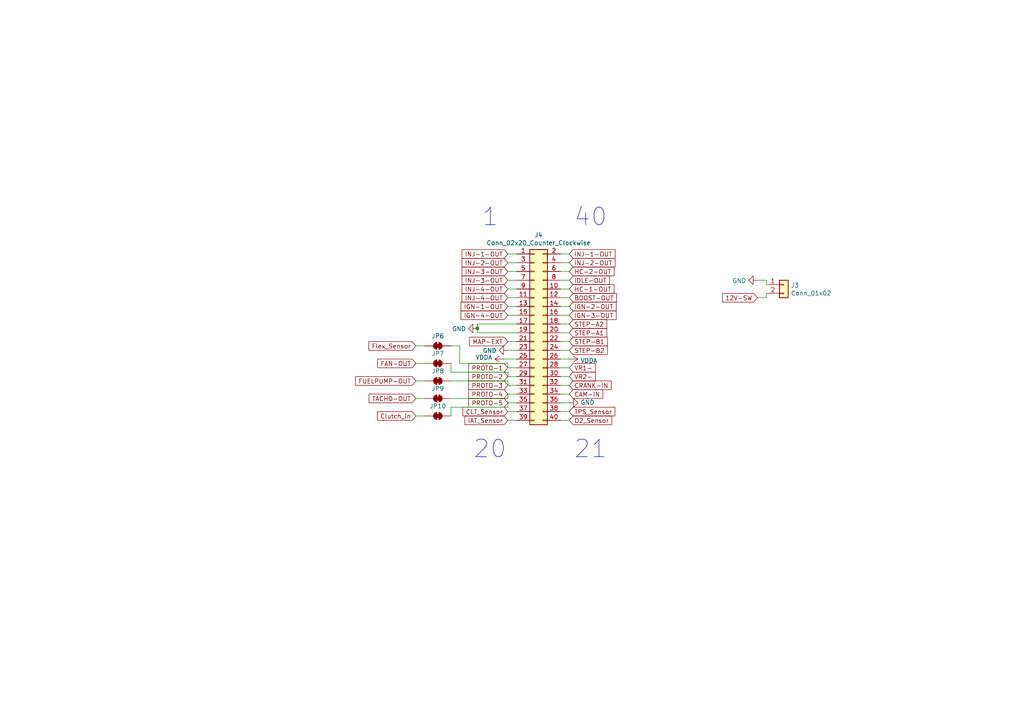
<source format=kicad_sch>
(kicad_sch (version 20250114) (generator "eeschema") (generator_version "9.0")
  (paper "A4")
  (title_block (title "0.4") (date "2021-03-27") (rev "4d") (company "Speeduino"))
  (lib_symbols
    (symbol "Connector_Generic:Conn_01x02" (pin_names (offset 1.016) (hide yes))
      (property "Reference" "J" (at 0 2.54 0))
      (property "Value" "Conn_01x02" (at 0 -5.08 0))
      (symbol "Conn_01x02_1_1"
        (rectangle (start -1.27 1.27) (end 1.27 -3.81) (stroke (width 0.254)) (fill (type background)))
        (rectangle (start -1.27 0.127) (end 0 -0.127) (stroke (width 0.1524)))
        (rectangle (start -1.27 -2.413) (end 0 -2.667) (stroke (width 0.1524)))
        (pin passive line (at -5.08 0 0) (length 3.81) (name "Pin_1") (number "1"))
        (pin passive line (at -5.08 -2.54 0) (length 3.81) (name "Pin_2") (number "2"))
      )
    )
    (symbol "Connector_Generic:Conn_02x20_Odd_Even" (pin_names (offset 1.016) (hide yes))
      (property "Reference" "J" (at 1.27 25.4 0))
      (property "Value" "Conn_02x20_Odd_Even" (at 1.27 -27.94 0))
      (symbol "Conn_02x20_Odd_Even_1_1"
        (rectangle (start -1.27 24.13) (end 3.81 -26.67) (stroke (width 0.254)) (fill (type background)))
        (rectangle (start -1.27 22.987) (end 0 22.733) (stroke (width 0.1524)))
        (rectangle (start -1.27 20.447) (end 0 20.193) (stroke (width 0.1524)))
        (rectangle (start -1.27 17.907) (end 0 17.653) (stroke (width 0.1524)))
        (rectangle (start -1.27 15.367) (end 0 15.113) (stroke (width 0.1524)))
        (rectangle (start -1.27 12.827) (end 0 12.573) (stroke (width 0.1524)))
        (rectangle (start -1.27 10.287) (end 0 10.033) (stroke (width 0.1524)))
        (rectangle (start -1.27 7.747) (end 0 7.493) (stroke (width 0.1524)))
        (rectangle (start -1.27 5.207) (end 0 4.953) (stroke (width 0.1524)))
        (rectangle (start -1.27 2.667) (end 0 2.413) (stroke (width 0.1524)))
        (rectangle (start -1.27 0.127) (end 0 -0.127) (stroke (width 0.1524)))
        (rectangle (start -1.27 -2.413) (end 0 -2.667) (stroke (width 0.1524)))
        (rectangle (start -1.27 -4.953) (end 0 -5.207) (stroke (width 0.1524)))
        (rectangle (start -1.27 -7.493) (end 0 -7.747) (stroke (width 0.1524)))
        (rectangle (start -1.27 -10.033) (end 0 -10.287) (stroke (width 0.1524)))
        (rectangle (start -1.27 -12.573) (end 0 -12.827) (stroke (width 0.1524)))
        (rectangle (start -1.27 -15.113) (end 0 -15.367) (stroke (width 0.1524)))
        (rectangle (start -1.27 -17.653) (end 0 -17.907) (stroke (width 0.1524)))
        (rectangle (start -1.27 -20.193) (end 0 -20.447) (stroke (width 0.1524)))
        (rectangle (start -1.27 -22.733) (end 0 -22.987) (stroke (width 0.1524)))
        (rectangle (start -1.27 -25.273) (end 0 -25.527) (stroke (width 0.1524)))
        (rectangle (start 3.81 22.987) (end 2.54 22.733) (stroke (width 0.1524)))
        (rectangle (start 3.81 20.447) (end 2.54 20.193) (stroke (width 0.1524)))
        (rectangle (start 3.81 17.907) (end 2.54 17.653) (stroke (width 0.1524)))
        (rectangle (start 3.81 15.367) (end 2.54 15.113) (stroke (width 0.1524)))
        (rectangle (start 3.81 12.827) (end 2.54 12.573) (stroke (width 0.1524)))
        (rectangle (start 3.81 10.287) (end 2.54 10.033) (stroke (width 0.1524)))
        (rectangle (start 3.81 7.747) (end 2.54 7.493) (stroke (width 0.1524)))
        (rectangle (start 3.81 5.207) (end 2.54 4.953) (stroke (width 0.1524)))
        (rectangle (start 3.81 2.667) (end 2.54 2.413) (stroke (width 0.1524)))
        (rectangle (start 3.81 0.127) (end 2.54 -0.127) (stroke (width 0.1524)))
        (rectangle (start 3.81 -2.413) (end 2.54 -2.667) (stroke (width 0.1524)))
        (rectangle (start 3.81 -4.953) (end 2.54 -5.207) (stroke (width 0.1524)))
        (rectangle (start 3.81 -7.493) (end 2.54 -7.747) (stroke (width 0.1524)))
        (rectangle (start 3.81 -10.033) (end 2.54 -10.287) (stroke (width 0.1524)))
        (rectangle (start 3.81 -12.573) (end 2.54 -12.827) (stroke (width 0.1524)))
        (rectangle (start 3.81 -15.113) (end 2.54 -15.367) (stroke (width 0.1524)))
        (rectangle (start 3.81 -17.653) (end 2.54 -17.907) (stroke (width 0.1524)))
        (rectangle (start 3.81 -20.193) (end 2.54 -20.447) (stroke (width 0.1524)))
        (rectangle (start 3.81 -22.733) (end 2.54 -22.987) (stroke (width 0.1524)))
        (rectangle (start 3.81 -25.273) (end 2.54 -25.527) (stroke (width 0.1524)))
        (pin passive line (at -5.08 22.86 0) (length 3.81) (name "Pin_1") (number "1"))
        (pin passive line (at -5.08 20.32 0) (length 3.81) (name "Pin_3") (number "3"))
        (pin passive line (at -5.08 17.78 0) (length 3.81) (name "Pin_5") (number "5"))
        (pin passive line (at -5.08 15.24 0) (length 3.81) (name "Pin_7") (number "7"))
        (pin passive line (at -5.08 12.7 0) (length 3.81) (name "Pin_9") (number "9"))
        (pin passive line (at -5.08 10.16 0) (length 3.81) (name "Pin_11") (number "11"))
        (pin passive line (at -5.08 7.62 0) (length 3.81) (name "Pin_13") (number "13"))
        (pin passive line (at -5.08 5.08 0) (length 3.81) (name "Pin_15") (number "15"))
        (pin passive line (at -5.08 2.54 0) (length 3.81) (name "Pin_17") (number "17"))
        (pin passive line (at -5.08 0 0) (length 3.81) (name "Pin_19") (number "19"))
        (pin passive line (at -5.08 -2.54 0) (length 3.81) (name "Pin_21") (number "21"))
        (pin passive line (at -5.08 -5.08 0) (length 3.81) (name "Pin_23") (number "23"))
        (pin passive line (at -5.08 -7.62 0) (length 3.81) (name "Pin_25") (number "25"))
        (pin passive line (at -5.08 -10.16 0) (length 3.81) (name "Pin_27") (number "27"))
        (pin passive line (at -5.08 -12.7 0) (length 3.81) (name "Pin_29") (number "29"))
        (pin passive line (at -5.08 -15.24 0) (length 3.81) (name "Pin_31") (number "31"))
        (pin passive line (at -5.08 -17.78 0) (length 3.81) (name "Pin_33") (number "33"))
        (pin passive line (at -5.08 -20.32 0) (length 3.81) (name "Pin_35") (number "35"))
        (pin passive line (at -5.08 -22.86 0) (length 3.81) (name "Pin_37") (number "37"))
        (pin passive line (at -5.08 -25.4 0) (length 3.81) (name "Pin_39") (number "39"))
        (pin passive line (at 7.62 22.86 180) (length 3.81) (name "Pin_2") (number "2"))
        (pin passive line (at 7.62 20.32 180) (length 3.81) (name "Pin_4") (number "4"))
        (pin passive line (at 7.62 17.78 180) (length 3.81) (name "Pin_6") (number "6"))
        (pin passive line (at 7.62 15.24 180) (length 3.81) (name "Pin_8") (number "8"))
        (pin passive line (at 7.62 12.7 180) (length 3.81) (name "Pin_10") (number "10"))
        (pin passive line (at 7.62 10.16 180) (length 3.81) (name "Pin_12") (number "12"))
        (pin passive line (at 7.62 7.62 180) (length 3.81) (name "Pin_14") (number "14"))
        (pin passive line (at 7.62 5.08 180) (length 3.81) (name "Pin_16") (number "16"))
        (pin passive line (at 7.62 2.54 180) (length 3.81) (name "Pin_18") (number "18"))
        (pin passive line (at 7.62 0 180) (length 3.81) (name "Pin_20") (number "20"))
        (pin passive line (at 7.62 -2.54 180) (length 3.81) (name "Pin_22") (number "22"))
        (pin passive line (at 7.62 -5.08 180) (length 3.81) (name "Pin_24") (number "24"))
        (pin passive line (at 7.62 -7.62 180) (length 3.81) (name "Pin_26") (number "26"))
        (pin passive line (at 7.62 -10.16 180) (length 3.81) (name "Pin_28") (number "28"))
        (pin passive line (at 7.62 -12.7 180) (length 3.81) (name "Pin_30") (number "30"))
        (pin passive line (at 7.62 -15.24 180) (length 3.81) (name "Pin_32") (number "32"))
        (pin passive line (at 7.62 -17.78 180) (length 3.81) (name "Pin_34") (number "34"))
        (pin passive line (at 7.62 -20.32 180) (length 3.81) (name "Pin_36") (number "36"))
        (pin passive line (at 7.62 -22.86 180) (length 3.81) (name "Pin_38") (number "38"))
        (pin passive line (at 7.62 -25.4 180) (length 3.81) (name "Pin_40") (number "40"))
      )
    )
    (symbol "Jumper:SolderJumper_2_Bridged" (pin_numbers (hide yes)) (pin_names (offset 0) (hide yes)) (exclude_from_sim yes) (in_bom no)
      (property "Reference" "JP" (at 0 2.032 0))
      (property "Value" "SolderJumper_2_Bridged" (at 0 -2.54 0))
      (symbol "SolderJumper_2_Bridged_0_1"
        (rectangle (start -0.508 0.508) (end 0.508 -0.508) (fill (type outline)))
        (polyline (pts (xy -0.254 1.016) (xy -0.254 -1.016)))
        (arc (start -0.254 -1.016) (mid -1.2656 0) (end -0.254 1.016))
        (arc (start -0.254 -1.016) (mid -1.2656 0) (end -0.254 1.016) (fill (type outline)))
        (arc (start 0.254 1.016) (mid 1.2656 0) (end 0.254 -1.016))
        (arc (start 0.254 1.016) (mid 1.2656 0) (end 0.254 -1.016) (fill (type outline)))
        (polyline (pts (xy 0.254 1.016) (xy 0.254 -1.016)))
      )
      (symbol "SolderJumper_2_Bridged_1_1"
        (pin passive line (at -3.81 0 0) (length 2.54) (name "A") (number "1"))
        (pin passive line (at 3.81 0 180) (length 2.54) (name "B") (number "2"))
      )
    )
    (symbol "power:GND" (power) (pin_numbers (hide yes)) (pin_names (offset 0) (hide yes))
      (property "Value" "GND" (at 0 -3.81 0))
      (symbol "GND_0_1"
        (polyline (pts (xy 0 0) (xy 0 -1.27) (xy 1.27 -1.27) (xy 0 -2.54) (xy -1.27 -1.27) (xy 0 -1.27)))
      )
      (symbol "GND_1_1"
        (pin power_in line (at 0 0 270) (length 0) (name "~") (number "1"))
      )
    )
    (symbol "power:VDDA" (power) (pin_numbers (hide yes)) (pin_names (offset 0) (hide yes))
      (property "Value" "VDDA" (at 0 3.556 0))
      (symbol "VDDA_0_1"
        (polyline (pts (xy -0.762 1.27) (xy 0 2.54)))
        (polyline (pts (xy 0 2.54) (xy 0.762 1.27)))
        (polyline (pts (xy 0 0) (xy 0 2.54)))
      )
      (symbol "VDDA_1_1"
        (pin power_in line (at 0 0 90) (length 0) (name "~") (number "1"))
      )
    )
  )
  (text "1" (at 139.7 66.04 0) (effects (font (size 5.08 5.08)) (justify left bottom)))
  (text "21" (at 166.37 133.35 0) (effects (font (size 5.08 5.08)) (justify left bottom)))
  (text "40" (at 166.37 66.04 0) (effects (font (size 5.08 5.08)) (justify left bottom)))
  (text "20" (at 137.16 133.35 0) (effects (font (size 5.08 5.08)) (justify left bottom)))
  (junction (at 138.43 95.25))
  (wire (pts (xy 133.35 100.33) (xy 133.35 105.41)))
  (wire (pts (xy 162.56 116.84) (xy 165.1 116.84)))
  (wire (pts (xy 147.32 99.06) (xy 149.86 99.06)))
  (wire (pts (xy 162.56 73.66) (xy 165.1 73.66)))
  (wire (pts (xy 222.25 86.36) (xy 222.25 85.09)))
  (wire (pts (xy 146.05 104.14) (xy 149.86 104.14)))
  (wire (pts (xy 147.32 115.57) (xy 147.32 114.3)))
  (wire (pts (xy 147.32 110.49) (xy 147.32 111.76)))
  (wire (pts (xy 120.65 105.41) (xy 123.19 105.41)))
  (wire (pts (xy 138.43 96.52) (xy 138.43 95.25)))
  (wire (pts (xy 149.86 96.52) (xy 138.43 96.52)))
  (wire (pts (xy 130.81 118.11) (xy 147.32 118.11)))
  (wire (pts (xy 165.1 93.98) (xy 162.56 93.98)))
  (wire (pts (xy 147.32 83.82) (xy 149.86 83.82)))
  (wire (pts (xy 138.43 93.98) (xy 138.43 95.25)))
  (wire (pts (xy 147.32 101.6) (xy 149.86 101.6)))
  (wire (pts (xy 165.1 104.14) (xy 162.56 104.14)))
  (wire (pts (xy 149.86 109.22) (xy 147.32 109.22)))
  (wire (pts (xy 147.32 121.92) (xy 149.86 121.92)))
  (wire (pts (xy 130.81 115.57) (xy 147.32 115.57)))
  (wire (pts (xy 147.32 106.68) (xy 149.86 106.68)))
  (wire (pts (xy 149.86 119.38) (xy 147.32 119.38)))
  (wire (pts (xy 120.65 115.57) (xy 123.19 115.57)))
  (wire (pts (xy 130.81 110.49) (xy 147.32 110.49)))
  (wire (pts (xy 165.1 114.3) (xy 162.56 114.3)))
  (wire (pts (xy 165.1 83.82) (xy 162.56 83.82)))
  (wire (pts (xy 149.86 91.44) (xy 147.32 91.44)))
  (wire (pts (xy 162.56 106.68) (xy 165.1 106.68)))
  (wire (pts (xy 130.81 107.95) (xy 147.32 107.95)))
  (wire (pts (xy 120.65 100.33) (xy 123.19 100.33)))
  (wire (pts (xy 165.1 99.06) (xy 162.56 99.06)))
  (wire (pts (xy 147.32 107.95) (xy 147.32 109.22)))
  (wire (pts (xy 147.32 111.76) (xy 149.86 111.76)))
  (wire (pts (xy 147.32 78.74) (xy 149.86 78.74)))
  (wire (pts (xy 130.81 105.41) (xy 130.81 107.95)))
  (wire (pts (xy 165.1 76.2) (xy 162.56 76.2)))
  (wire (pts (xy 120.65 110.49) (xy 123.19 110.49)))
  (wire (pts (xy 165.1 88.9) (xy 162.56 88.9)))
  (wire (pts (xy 165.1 109.22) (xy 162.56 109.22)))
  (wire (pts (xy 147.32 105.41) (xy 147.32 106.68)))
  (wire (pts (xy 149.86 86.36) (xy 147.32 86.36)))
  (wire (pts (xy 162.56 91.44) (xy 165.1 91.44)))
  (wire (pts (xy 162.56 81.28) (xy 165.1 81.28)))
  (wire (pts (xy 162.56 111.76) (xy 165.1 111.76)))
  (wire (pts (xy 219.71 81.28) (xy 222.25 81.28)))
  (wire (pts (xy 130.81 120.65) (xy 130.81 118.11)))
  (wire (pts (xy 222.25 81.28) (xy 222.25 82.55)))
  (wire (pts (xy 149.86 114.3) (xy 147.32 114.3)))
  (wire (pts (xy 149.86 116.84) (xy 147.32 116.84)))
  (wire (pts (xy 120.65 120.65) (xy 123.19 120.65)))
  (wire (pts (xy 162.56 121.92) (xy 165.1 121.92)))
  (wire (pts (xy 130.81 100.33) (xy 133.35 100.33)))
  (wire (pts (xy 149.86 81.28) (xy 147.32 81.28)))
  (wire (pts (xy 147.32 118.11) (xy 147.32 116.84)))
  (wire (pts (xy 165.1 86.36) (xy 162.56 86.36)))
  (wire (pts (xy 147.32 73.66) (xy 149.86 73.66)))
  (wire (pts (xy 149.86 76.2) (xy 147.32 76.2)))
  (wire (pts (xy 147.32 88.9) (xy 149.86 88.9)))
  (wire (pts (xy 162.56 78.74) (xy 165.1 78.74)))
  (wire (pts (xy 162.56 96.52) (xy 165.1 96.52)))
  (wire (pts (xy 149.86 93.98) (xy 138.43 93.98)))
  (wire (pts (xy 165.1 119.38) (xy 162.56 119.38)))
  (wire (pts (xy 219.71 86.36) (xy 222.25 86.36)))
  (wire (pts (xy 133.35 105.41) (xy 147.32 105.41)))
  (wire (pts (xy 162.56 101.6) (xy 165.1 101.6)))
  (global_label "PROTO-4" (shape input) (at 147.32 114.3 180) (property "Intersheetrefs" "${INTERSHEET_REFS}" (effects (hide yes))))
  (global_label "INJ-4-OUT" (shape input) (at 147.32 86.36 180) (property "Intersheetrefs" "${INTERSHEET_REFS}" (effects (hide yes))))
  (global_label "STEP-B1" (shape input) (at 165.1 99.06 0) (property "Intersheetrefs" "${INTERSHEET_REFS}" (effects (hide yes))))
  (global_label "IGN-3-OUT" (shape input) (at 165.1 91.44 0) (property "Intersheetrefs" "${INTERSHEET_REFS}" (effects (hide yes))))
  (global_label "IAT_Sensor" (shape input) (at 147.32 121.92 180) (property "Intersheetrefs" "${INTERSHEET_REFS}" (effects (hide yes))))
  (global_label "BOOST-OUT" (shape input) (at 165.1 86.36 0) (property "Intersheetrefs" "${INTERSHEET_REFS}" (effects (hide yes))))
  (global_label "INJ-3-OUT" (shape input) (at 147.32 81.28 180) (property "Intersheetrefs" "${INTERSHEET_REFS}" (effects (hide yes))))
  (global_label "Clutch_in" (shape input) (at 120.65 120.65 180) (property "Intersheetrefs" "${INTERSHEET_REFS}" (effects (hide yes))))
  (global_label "TACHO-OUT" (shape input) (at 120.65 115.57 180) (property "Intersheetrefs" "${INTERSHEET_REFS}" (effects (hide yes))))
  (global_label "INJ-2-OUT" (shape input) (at 165.1 76.2 0) (property "Intersheetrefs" "${INTERSHEET_REFS}" (effects (hide yes))))
  (global_label "PROTO-1" (shape input) (at 147.32 106.68 180) (property "Intersheetrefs" "${INTERSHEET_REFS}" (effects (hide yes))))
  (global_label "STEP-B2" (shape input) (at 165.1 101.6 0) (property "Intersheetrefs" "${INTERSHEET_REFS}" (effects (hide yes))))
  (global_label "O2_Sensor" (shape input) (at 165.1 121.92 0) (property "Intersheetrefs" "${INTERSHEET_REFS}" (effects (hide yes))))
  (global_label "IDLE-OUT" (shape input) (at 165.1 81.28 0) (property "Intersheetrefs" "${INTERSHEET_REFS}" (effects (hide yes))))
  (global_label "IGN-4-OUT" (shape input) (at 147.32 91.44 180) (property "Intersheetrefs" "${INTERSHEET_REFS}" (effects (hide yes))))
  (global_label "CLT_Sensor" (shape input) (at 147.32 119.38 180) (property "Intersheetrefs" "${INTERSHEET_REFS}" (effects (hide yes))))
  (global_label "TPS_Sensor" (shape input) (at 165.1 119.38 0) (property "Intersheetrefs" "${INTERSHEET_REFS}" (effects (hide yes))))
  (global_label "MAP-EXT" (shape input) (at 147.32 99.06 180) (property "Intersheetrefs" "${INTERSHEET_REFS}" (effects (hide yes))))
  (global_label "PROTO-5" (shape input) (at 147.32 116.84 180) (property "Intersheetrefs" "${INTERSHEET_REFS}" (effects (hide yes))))
  (global_label "PROTO-2" (shape input) (at 147.32 109.22 180) (property "Intersheetrefs" "${INTERSHEET_REFS}" (effects (hide yes))))
  (global_label "INJ-3-OUT" (shape input) (at 147.32 78.74 180) (property "Intersheetrefs" "${INTERSHEET_REFS}" (effects (hide yes))))
  (global_label "CAM-IN" (shape input) (at 165.1 114.3 0) (property "Intersheetrefs" "${INTERSHEET_REFS}" (effects (hide yes))))
  (global_label "FAN-OUT" (shape input) (at 120.65 105.41 180) (property "Intersheetrefs" "${INTERSHEET_REFS}" (effects (hide yes))))
  (global_label "INJ-2-OUT" (shape input) (at 147.32 76.2 180) (property "Intersheetrefs" "${INTERSHEET_REFS}" (effects (hide yes))))
  (global_label "Flex_Sensor" (shape input) (at 120.65 100.33 180) (property "Intersheetrefs" "${INTERSHEET_REFS}" (effects (hide yes))))
  (global_label "INJ-1-OUT" (shape input) (at 147.32 73.66 180) (property "Intersheetrefs" "${INTERSHEET_REFS}" (effects (hide yes))))
  (global_label "VR1-" (shape input) (at 165.1 106.68 0) (property "Intersheetrefs" "${INTERSHEET_REFS}" (effects (hide yes))))
  (global_label "HC-1-OUT" (shape input) (at 165.1 83.82 0) (property "Intersheetrefs" "${INTERSHEET_REFS}" (effects (hide yes))))
  (global_label "INJ-1-OUT" (shape input) (at 165.1 73.66 0) (property "Intersheetrefs" "${INTERSHEET_REFS}" (effects (hide yes))))
  (global_label "VR2-" (shape input) (at 165.1 109.22 0) (property "Intersheetrefs" "${INTERSHEET_REFS}" (effects (hide yes))))
  (global_label "FUELPUMP-OUT" (shape input) (at 120.65 110.49 180) (property "Intersheetrefs" "${INTERSHEET_REFS}" (effects (hide yes))))
  (global_label "HC-2-OUT" (shape input) (at 165.1 78.74 0) (property "Intersheetrefs" "${INTERSHEET_REFS}" (effects (hide yes))))
  (global_label "IGN-2-OUT" (shape input) (at 165.1 88.9 0) (property "Intersheetrefs" "${INTERSHEET_REFS}" (effects (hide yes))))
  (global_label "STEP-A2" (shape input) (at 165.1 93.98 0) (property "Intersheetrefs" "${INTERSHEET_REFS}" (effects (hide yes))))
  (global_label "PROTO-3" (shape input) (at 147.32 111.76 180) (property "Intersheetrefs" "${INTERSHEET_REFS}" (effects (hide yes))))
  (global_label "IGN-1-OUT" (shape input) (at 147.32 88.9 180) (property "Intersheetrefs" "${INTERSHEET_REFS}" (effects (hide yes))))
  (global_label "STEP-A1" (shape input) (at 165.1 96.52 0) (property "Intersheetrefs" "${INTERSHEET_REFS}" (effects (hide yes))))
  (global_label "12V-SW" (shape input) (at 219.71 86.36 180) (property "Intersheetrefs" "${INTERSHEET_REFS}" (effects (hide yes))))
  (global_label "INJ-4-OUT" (shape input) (at 147.32 83.82 180) (property "Intersheetrefs" "${INTERSHEET_REFS}" (effects (hide yes))))
  (global_label "CRANK-IN" (shape input) (at 165.1 111.76 0) (property "Intersheetrefs" "${INTERSHEET_REFS}" (effects (hide yes))))
  (symbol (lib_id "power:GND") (at 138.43 95.25 270) (unit 1)
    (property "Reference" "#PWR051" (effects (hide yes)))
    (property "Value" "GND" (at 135.1788 95.377 90) (effects (justify right)))
  )
  (symbol (lib_id "power:GND") (at 165.1 116.84 90) (unit 1)
    (property "Reference" "#PWR055" (effects (hide yes)))
    (property "Value" "GND" (at 168.3512 116.713 90) (effects (justify right)))
  )
  (symbol (lib_id "Connector_Generic:Conn_02x20_Odd_Even") (at 154.94 96.52 0) (unit 1)
    (property "Reference" "J4" (at 156.21 68.1482 0))
    (property "Value" "Conn_02x20_Counter_Clockwise" (at 156.21 70.4596 0))
    (property "Footprint" "Connector_IDC:IDC-Header_2x20_P2.54mm_Vertical" (effects (hide yes)))
  )
  (symbol (lib_id "power:VDDA") (at 165.1 104.14 270) (unit 1)
    (property "Reference" "#PWR054" (effects (hide yes)))
    (property "Value" "VDDA" (at 168.3512 104.5972 90) (effects (justify left)))
  )
  (symbol (lib_id "power:GND") (at 147.32 101.6 270) (unit 1)
    (property "Reference" "#PWR053" (effects (hide yes)))
    (property "Value" "GND" (at 144.0688 101.727 90) (effects (justify right)))
  )
  (symbol (lib_id "power:VDDA") (at 146.05 104.14 90) (unit 1)
    (property "Reference" "#PWR052" (effects (hide yes)))
    (property "Value" "VDDA" (at 142.7988 103.6828 90) (effects (justify left)))
  )
  (symbol (lib_id "Connector_Generic:Conn_01x02") (at 227.33 82.55 0) (unit 1)
    (property "Reference" "J3" (at 229.362 82.7532 0) (effects (justify left)))
    (property "Value" "Conn_01x02" (at 229.362 85.0646 0) (effects (justify left)))
    (property "Footprint" "TerminalBlock_Phoenix:TerminalBlock_Phoenix_PT-1,5-2-5.0-H_1x02_P5.00mm_Horizontal" (effects (hide yes)))
  )
  (symbol (lib_id "power:GND") (at 219.71 81.28 270) (unit 1)
    (property "Reference" "#PWR0109" (effects (hide yes)))
    (property "Value" "GND" (at 216.4588 81.407 90) (effects (justify right)))
  )
  (symbol (lib_id "Jumper:SolderJumper_2_Bridged") (at 127 105.41 0) (unit 1)
    (property "Reference" "JP7" (at 127 102.5398 0))
    (property "Value" "SolderJumper_2_Bridged" (effects (hide yes)))
    (property "Footprint" "Jumper:SolderJumper-2_P1.3mm_Bridged_Pad1.0x1.5mm" (effects (hide yes)))
  )
  (symbol (lib_id "Jumper:SolderJumper_2_Bridged") (at 127 110.49 0) (unit 1)
    (property "Reference" "JP8" (at 127 107.6198 0))
    (property "Value" "SolderJumper_2_Bridged" (effects (hide yes)))
    (property "Footprint" "Jumper:SolderJumper-2_P1.3mm_Bridged_Pad1.0x1.5mm" (effects (hide yes)))
  )
  (symbol (lib_id "Jumper:SolderJumper_2_Bridged") (at 127 115.57 0) (unit 1)
    (property "Reference" "JP9" (at 127 112.6998 0))
    (property "Value" "SolderJumper_2_Bridged" (effects (hide yes)))
    (property "Footprint" "Jumper:SolderJumper-2_P1.3mm_Bridged_Pad1.0x1.5mm" (effects (hide yes)))
  )
  (symbol (lib_id "Jumper:SolderJumper_2_Bridged") (at 127 120.65 0) (unit 1)
    (property "Reference" "JP10" (at 127 117.7798 0))
    (property "Value" "SolderJumper_2_Bridged" (effects (hide yes)))
    (property "Footprint" "Jumper:SolderJumper-2_P1.3mm_Bridged_Pad1.0x1.5mm" (effects (hide yes)))
  )
  (symbol (lib_id "Jumper:SolderJumper_2_Bridged") (at 127 100.33 0) (unit 1)
    (property "Reference" "JP6" (at 127 97.4598 0))
    (property "Value" "SolderJumper_2_Bridged" (effects (hide yes)))
    (property "Footprint" "Jumper:SolderJumper-2_P1.3mm_Bridged_Pad1.0x1.5mm" (effects (hide yes)))
  )
)
</source>
